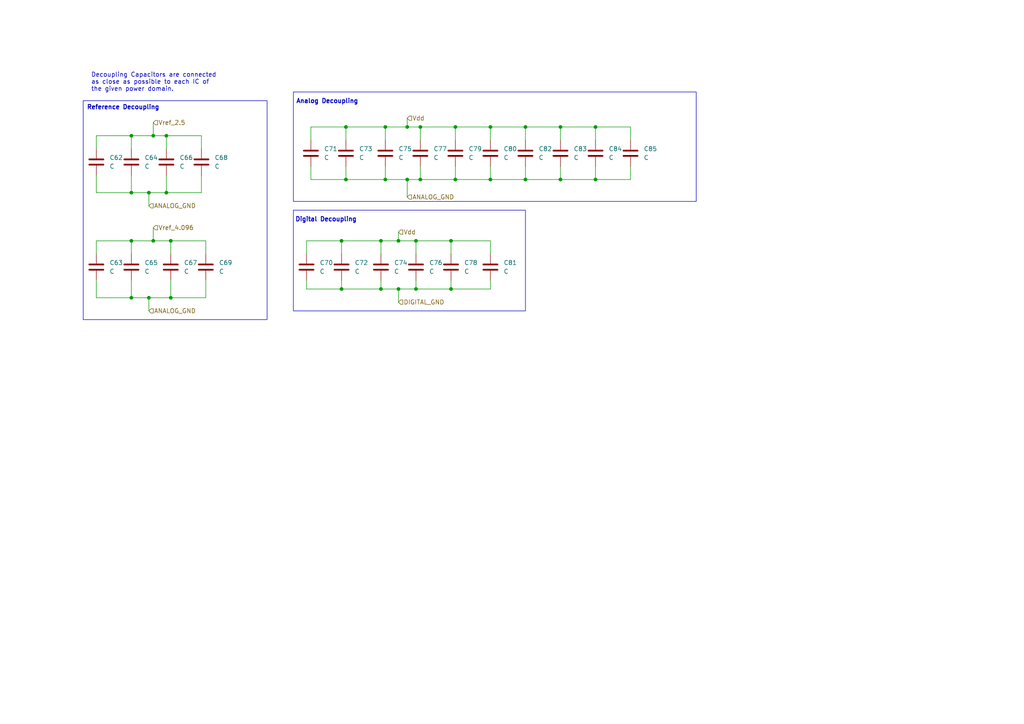
<source format=kicad_sch>
(kicad_sch (version 20231120) (generator "eeschema") (generator_version "8.0")
  (paper "A4")
  (lib_symbols
    (symbol "Device:C" (pin_numbers hide) (pin_names (offset 0.254))
      (property "Reference" "C" (at 0.635 2.54 0))
      (property "Value" "C" (at 0.635 -2.54 0))
      (symbol "C_0_1"
        (polyline (pts (xy -2.032 -0.762) (xy 2.032 -0.762)) (stroke (width 0.508)))
        (polyline (pts (xy -2.032 0.762) (xy 2.032 0.762)) (stroke (width 0.508)))
      )
      (symbol "C_1_1"
        (pin passive line (at 0 3.81 270) (length 2.794) (name "~") (number "1"))
        (pin passive line (at 0 -3.81 90) (length 2.794) (name "~") (number "2"))
      )
    )
  )
  (junction (at 111.76 52.07))
  (junction (at 49.53 69.85))
  (junction (at 111.76 36.83))
  (junction (at 115.57 83.82))
  (junction (at 142.24 36.83))
  (junction (at 115.57 69.85))
  (junction (at 152.4 52.07))
  (junction (at 49.53 86.36))
  (junction (at 43.18 55.88))
  (junction (at 118.11 36.83))
  (junction (at 100.33 36.83))
  (junction (at 120.65 69.85))
  (junction (at 121.92 52.07))
  (junction (at 110.49 83.82))
  (junction (at 162.56 36.83))
  (junction (at 99.06 83.82))
  (junction (at 99.06 69.85))
  (junction (at 38.1 55.88))
  (junction (at 48.26 55.88))
  (junction (at 118.11 52.07))
  (junction (at 121.92 36.83))
  (junction (at 130.81 69.85))
  (junction (at 44.45 39.37))
  (junction (at 162.56 52.07))
  (junction (at 48.26 39.37))
  (junction (at 120.65 83.82))
  (junction (at 38.1 69.85))
  (junction (at 38.1 39.37))
  (junction (at 43.18 86.36))
  (junction (at 172.72 52.07))
  (junction (at 38.1 86.36))
  (junction (at 130.81 83.82))
  (junction (at 132.08 52.07))
  (junction (at 110.49 69.85))
  (junction (at 152.4 36.83))
  (junction (at 44.45 69.85))
  (junction (at 132.08 36.83))
  (junction (at 172.72 36.83))
  (junction (at 100.33 52.07))
  (junction (at 142.24 52.07))
  (wire (pts (xy 49.53 86.36) (xy 59.69 86.36)))
  (wire (pts (xy 27.94 39.37) (xy 38.1 39.37)))
  (wire (pts (xy 48.26 39.37) (xy 44.45 39.37)))
  (wire (pts (xy 27.94 43.18) (xy 27.94 39.37)))
  (wire (pts (xy 130.81 83.82) (xy 120.65 83.82)))
  (wire (pts (xy 172.72 48.26) (xy 172.72 52.07)))
  (wire (pts (xy 44.45 66.04) (xy 44.45 69.85)))
  (wire (pts (xy 110.49 83.82) (xy 99.06 83.82)))
  (wire (pts (xy 43.18 86.36) (xy 43.18 90.17)))
  (wire (pts (xy 48.26 55.88) (xy 58.42 55.88)))
  (wire (pts (xy 90.17 48.26) (xy 90.17 52.07)))
  (wire (pts (xy 132.08 52.07) (xy 142.24 52.07)))
  (wire (pts (xy 142.24 52.07) (xy 152.4 52.07)))
  (wire (pts (xy 142.24 81.28) (xy 142.24 83.82)))
  (wire (pts (xy 38.1 69.85) (xy 38.1 73.66)))
  (wire (pts (xy 115.57 67.31) (xy 115.57 69.85)))
  (wire (pts (xy 120.65 81.28) (xy 120.65 83.82)))
  (wire (pts (xy 162.56 52.07) (xy 172.72 52.07)))
  (wire (pts (xy 111.76 52.07) (xy 118.11 52.07)))
  (wire (pts (xy 172.72 36.83) (xy 182.88 36.83)))
  (wire (pts (xy 88.9 69.85) (xy 99.06 69.85)))
  (wire (pts (xy 38.1 55.88) (xy 43.18 55.88)))
  (wire (pts (xy 132.08 36.83) (xy 142.24 36.83)))
  (wire (pts (xy 152.4 36.83) (xy 162.56 36.83)))
  (wire (pts (xy 130.81 69.85) (xy 142.24 69.85)))
  (wire (pts (xy 49.53 69.85) (xy 44.45 69.85)))
  (wire (pts (xy 142.24 83.82) (xy 130.81 83.82)))
  (wire (pts (xy 99.06 81.28) (xy 99.06 83.82)))
  (wire (pts (xy 130.81 81.28) (xy 130.81 83.82)))
  (wire (pts (xy 182.88 40.64) (xy 182.88 36.83)))
  (wire (pts (xy 99.06 69.85) (xy 110.49 69.85)))
  (wire (pts (xy 99.06 69.85) (xy 99.06 73.66)))
  (wire (pts (xy 121.92 48.26) (xy 121.92 52.07)))
  (wire (pts (xy 152.4 36.83) (xy 152.4 40.64)))
  (wire (pts (xy 27.94 86.36) (xy 38.1 86.36)))
  (wire (pts (xy 172.72 36.83) (xy 172.72 40.64)))
  (wire (pts (xy 120.65 69.85) (xy 120.65 73.66)))
  (wire (pts (xy 58.42 55.88) (xy 58.42 50.8)))
  (wire (pts (xy 115.57 87.63) (xy 115.57 83.82)))
  (wire (pts (xy 100.33 48.26) (xy 100.33 52.07)))
  (wire (pts (xy 110.49 81.28) (xy 110.49 83.82)))
  (wire (pts (xy 111.76 48.26) (xy 111.76 52.07)))
  (wire (pts (xy 49.53 73.66) (xy 49.53 69.85)))
  (wire (pts (xy 59.69 86.36) (xy 59.69 81.28)))
  (wire (pts (xy 142.24 40.64) (xy 142.24 36.83)))
  (wire (pts (xy 132.08 48.26) (xy 132.08 52.07)))
  (wire (pts (xy 100.33 36.83) (xy 100.33 40.64)))
  (wire (pts (xy 38.1 39.37) (xy 44.45 39.37)))
  (wire (pts (xy 115.57 83.82) (xy 110.49 83.82)))
  (wire (pts (xy 162.56 48.26) (xy 162.56 52.07)))
  (wire (pts (xy 27.94 50.8) (xy 27.94 55.88)))
  (wire (pts (xy 38.1 81.28) (xy 38.1 86.36)))
  (wire (pts (xy 118.11 36.83) (xy 121.92 36.83)))
  (wire (pts (xy 121.92 40.64) (xy 121.92 36.83)))
  (wire (pts (xy 132.08 36.83) (xy 132.08 40.64)))
  (wire (pts (xy 88.9 69.85) (xy 88.9 73.66)))
  (wire (pts (xy 182.88 48.26) (xy 182.88 52.07)))
  (wire (pts (xy 152.4 36.83) (xy 142.24 36.83)))
  (wire (pts (xy 38.1 39.37) (xy 38.1 43.18)))
  (wire (pts (xy 120.65 83.82) (xy 115.57 83.82)))
  (wire (pts (xy 142.24 73.66) (xy 142.24 69.85)))
  (wire (pts (xy 120.65 69.85) (xy 130.81 69.85)))
  (wire (pts (xy 110.49 69.85) (xy 110.49 73.66)))
  (wire (pts (xy 130.81 69.85) (xy 130.81 73.66)))
  (wire (pts (xy 121.92 52.07) (xy 132.08 52.07)))
  (wire (pts (xy 90.17 52.07) (xy 100.33 52.07)))
  (wire (pts (xy 43.18 55.88) (xy 43.18 59.69)))
  (wire (pts (xy 27.94 69.85) (xy 27.94 73.66)))
  (wire (pts (xy 58.42 39.37) (xy 48.26 39.37)))
  (wire (pts (xy 99.06 83.82) (xy 88.9 83.82)))
  (wire (pts (xy 38.1 50.8) (xy 38.1 55.88)))
  (wire (pts (xy 59.69 69.85) (xy 49.53 69.85)))
  (wire (pts (xy 43.18 55.88) (xy 48.26 55.88)))
  (wire (pts (xy 115.57 69.85) (xy 120.65 69.85)))
  (wire (pts (xy 90.17 36.83) (xy 100.33 36.83)))
  (wire (pts (xy 38.1 69.85) (xy 27.94 69.85)))
  (wire (pts (xy 118.11 34.29) (xy 118.11 36.83)))
  (wire (pts (xy 49.53 81.28) (xy 49.53 86.36)))
  (wire (pts (xy 121.92 52.07) (xy 118.11 52.07)))
  (wire (pts (xy 44.45 39.37) (xy 44.45 35.56)))
  (wire (pts (xy 43.18 86.36) (xy 49.53 86.36)))
  (wire (pts (xy 88.9 83.82) (xy 88.9 81.28)))
  (wire (pts (xy 100.33 36.83) (xy 111.76 36.83)))
  (wire (pts (xy 48.26 39.37) (xy 48.26 43.18)))
  (wire (pts (xy 172.72 36.83) (xy 162.56 36.83)))
  (wire (pts (xy 44.45 69.85) (xy 38.1 69.85)))
  (wire (pts (xy 48.26 50.8) (xy 48.26 55.88)))
  (wire (pts (xy 111.76 36.83) (xy 118.11 36.83)))
  (wire (pts (xy 38.1 86.36) (xy 43.18 86.36)))
  (wire (pts (xy 59.69 73.66) (xy 59.69 69.85)))
  (wire (pts (xy 172.72 52.07) (xy 182.88 52.07)))
  (wire (pts (xy 152.4 48.26) (xy 152.4 52.07)))
  (wire (pts (xy 27.94 81.28) (xy 27.94 86.36)))
  (wire (pts (xy 118.11 52.07) (xy 118.11 57.15)))
  (wire (pts (xy 27.94 55.88) (xy 38.1 55.88)))
  (wire (pts (xy 110.49 69.85) (xy 115.57 69.85)))
  (wire (pts (xy 152.4 52.07) (xy 162.56 52.07)))
  (wire (pts (xy 100.33 52.07) (xy 111.76 52.07)))
  (wire (pts (xy 132.08 36.83) (xy 121.92 36.83)))
  (wire (pts (xy 90.17 40.64) (xy 90.17 36.83)))
  (wire (pts (xy 142.24 48.26) (xy 142.24 52.07)))
  (wire (pts (xy 58.42 43.18) (xy 58.42 39.37)))
  (wire (pts (xy 111.76 36.83) (xy 111.76 40.64)))
  (wire (pts (xy 162.56 40.64) (xy 162.56 36.83)))
  (rectangle (start 24.13 29.21) (end 77.47 92.71))
  (rectangle (start 85.09 26.67) (end 201.93 58.42))
  (rectangle (start 85.09 60.96) (end 152.4 90.17))
  (text "Decoupling Capacitors are connected\nas close as possible to each IC of\nthe given power domain." (at 26.416 23.876 0) (effects (font (size 1.27 1.27) (thickness 0.1588)) (justify left)))
  (text "Analog Decoupling\n" (at 85.852 29.464 0) (effects (font (size 1.27 1.27) (thickness 0.254) (bold yes)) (justify left)))
  (text "Digital Decoupling\n" (at 85.598 63.754 0) (effects (font (size 1.27 1.27) (thickness 0.254) (bold yes)) (justify left)))
  (text "Reference Decoupling\n" (at 25.146 31.242 0) (effects (font (size 1.27 1.27) (thickness 0.254) (bold yes)) (justify left)))
  (hierarchical_label "Vdd" (shape input) (at 118.11 34.29 0))
  (hierarchical_label "Vref_4.096" (shape input) (at 44.45 66.04 0))
  (hierarchical_label "ANALOG_GND" (shape input) (at 118.11 57.15 0))
  (hierarchical_label "ANALOG_GND" (shape input) (at 43.18 90.17 0))
  (hierarchical_label "DIGITAL_GND" (shape input) (at 115.57 87.63 0))
  (hierarchical_label "ANALOG_GND" (shape input) (at 43.18 59.69 0))
  (hierarchical_label "Vref_2.5" (shape input) (at 44.45 35.56 0))
  (hierarchical_label "Vdd" (shape input) (at 115.57 67.31 0))
  (symbol (lib_id "Device:C") (at 88.9 77.47 0) (unit 1)
    (property "Reference" "C70" (at 92.71 76.1999 0) (effects (justify left)))
    (property "Value" "C" (at 92.71 78.7399 0) (effects (justify left)))
    (property "Description" "Unpolarized capacitor" (effects (hide yes)))
  )
  (symbol (lib_id "Device:C") (at 182.88 44.45 0) (unit 1)
    (property "Reference" "C85" (at 186.69 43.1799 0) (effects (justify left)))
    (property "Value" "C" (at 186.69 45.7199 0) (effects (justify left)))
    (property "Description" "Unpolarized capacitor" (effects (hide yes)))
  )
  (symbol (lib_id "Device:C") (at 27.94 46.99 0) (unit 1)
    (property "Reference" "C62" (at 31.75 45.7199 0) (effects (justify left)))
    (property "Value" "C" (at 31.75 48.2599 0) (effects (justify left)))
    (property "Description" "Unpolarized capacitor" (effects (hide yes)))
  )
  (symbol (lib_id "Device:C") (at 152.4 44.45 0) (unit 1)
    (property "Reference" "C82" (at 156.21 43.1799 0) (effects (justify left)))
    (property "Value" "C" (at 156.21 45.7199 0) (effects (justify left)))
    (property "Description" "Unpolarized capacitor" (effects (hide yes)))
  )
  (symbol (lib_id "Device:C") (at 132.08 44.45 0) (unit 1)
    (property "Reference" "C79" (at 135.89 43.1799 0) (effects (justify left)))
    (property "Value" "C" (at 135.89 45.7199 0) (effects (justify left)))
    (property "Description" "Unpolarized capacitor" (effects (hide yes)))
  )
  (symbol (lib_id "Device:C") (at 100.33 44.45 0) (unit 1)
    (property "Reference" "C73" (at 104.14 43.1799 0) (effects (justify left)))
    (property "Value" "C" (at 104.14 45.7199 0) (effects (justify left)))
    (property "Description" "Unpolarized capacitor" (effects (hide yes)))
  )
  (symbol (lib_id "Device:C") (at 90.17 44.45 0) (unit 1)
    (property "Reference" "C71" (at 93.98 43.1799 0) (effects (justify left)))
    (property "Value" "C" (at 93.98 45.7199 0) (effects (justify left)))
    (property "Description" "Unpolarized capacitor" (effects (hide yes)))
  )
  (symbol (lib_id "Device:C") (at 58.42 46.99 0) (unit 1)
    (property "Reference" "C68" (at 62.23 45.7199 0) (effects (justify left)))
    (property "Value" "C" (at 62.23 48.2599 0) (effects (justify left)))
    (property "Description" "Unpolarized capacitor" (effects (hide yes)))
  )
  (symbol (lib_id "Device:C") (at 110.49 77.47 0) (unit 1)
    (property "Reference" "C74" (at 114.3 76.1999 0) (effects (justify left)))
    (property "Value" "C" (at 114.3 78.7399 0) (effects (justify left)))
    (property "Description" "Unpolarized capacitor" (effects (hide yes)))
  )
  (symbol (lib_id "Device:C") (at 142.24 44.45 0) (unit 1)
    (property "Reference" "C80" (at 146.05 43.1799 0) (effects (justify left)))
    (property "Value" "C" (at 146.05 45.7199 0) (effects (justify left)))
    (property "Description" "Unpolarized capacitor" (effects (hide yes)))
  )
  (symbol (lib_id "Device:C") (at 27.94 77.47 0) (unit 1)
    (property "Reference" "C63" (at 31.75 76.1999 0) (effects (justify left)))
    (property "Value" "C" (at 31.75 78.7399 0) (effects (justify left)))
    (property "Description" "Unpolarized capacitor" (effects (hide yes)))
  )
  (symbol (lib_id "Device:C") (at 38.1 46.99 0) (unit 1)
    (property "Reference" "C64" (at 41.91 45.7199 0) (effects (justify left)))
    (property "Value" "C" (at 41.91 48.2599 0) (effects (justify left)))
    (property "Description" "Unpolarized capacitor" (effects (hide yes)))
  )
  (symbol (lib_id "Device:C") (at 162.56 44.45 0) (unit 1)
    (property "Reference" "C83" (at 166.37 43.1799 0) (effects (justify left)))
    (property "Value" "C" (at 166.37 45.7199 0) (effects (justify left)))
    (property "Description" "Unpolarized capacitor" (effects (hide yes)))
  )
  (symbol (lib_id "Device:C") (at 142.24 77.47 0) (unit 1)
    (property "Reference" "C81" (at 146.05 76.1999 0) (effects (justify left)))
    (property "Value" "C" (at 146.05 78.7399 0) (effects (justify left)))
    (property "Description" "Unpolarized capacitor" (effects (hide yes)))
  )
  (symbol (lib_id "Device:C") (at 48.26 46.99 0) (unit 1)
    (property "Reference" "C66" (at 52.07 45.7199 0) (effects (justify left)))
    (property "Value" "C" (at 52.07 48.2599 0) (effects (justify left)))
    (property "Description" "Unpolarized capacitor" (effects (hide yes)))
  )
  (symbol (lib_id "Device:C") (at 121.92 44.45 0) (unit 1)
    (property "Reference" "C77" (at 125.73 43.1799 0) (effects (justify left)))
    (property "Value" "C" (at 125.73 45.7199 0) (effects (justify left)))
    (property "Description" "Unpolarized capacitor" (effects (hide yes)))
  )
  (symbol (lib_id "Device:C") (at 59.69 77.47 0) (unit 1)
    (property "Reference" "C69" (at 63.5 76.1999 0) (effects (justify left)))
    (property "Value" "C" (at 63.5 78.7399 0) (effects (justify left)))
    (property "Description" "Unpolarized capacitor" (effects (hide yes)))
  )
  (symbol (lib_id "Device:C") (at 172.72 44.45 0) (unit 1)
    (property "Reference" "C84" (at 176.53 43.1799 0) (effects (justify left)))
    (property "Value" "C" (at 176.53 45.7199 0) (effects (justify left)))
    (property "Description" "Unpolarized capacitor" (effects (hide yes)))
  )
  (symbol (lib_id "Device:C") (at 120.65 77.47 0) (unit 1)
    (property "Reference" "C76" (at 124.46 76.1999 0) (effects (justify left)))
    (property "Value" "C" (at 124.46 78.7399 0) (effects (justify left)))
    (property "Description" "Unpolarized capacitor" (effects (hide yes)))
  )
  (symbol (lib_id "Device:C") (at 111.76 44.45 0) (unit 1)
    (property "Reference" "C75" (at 115.57 43.1799 0) (effects (justify left)))
    (property "Value" "C" (at 115.57 45.7199 0) (effects (justify left)))
    (property "Description" "Unpolarized capacitor" (effects (hide yes)))
  )
  (symbol (lib_id "Device:C") (at 49.53 77.47 0) (unit 1)
    (property "Reference" "C67" (at 53.34 76.1999 0) (effects (justify left)))
    (property "Value" "C" (at 53.34 78.7399 0) (effects (justify left)))
    (property "Description" "Unpolarized capacitor" (effects (hide yes)))
  )
  (symbol (lib_id "Device:C") (at 38.1 77.47 0) (unit 1)
    (property "Reference" "C65" (at 41.91 76.1999 0) (effects (justify left)))
    (property "Value" "C" (at 41.91 78.7399 0) (effects (justify left)))
    (property "Description" "Unpolarized capacitor" (effects (hide yes)))
  )
  (symbol (lib_id "Device:C") (at 130.81 77.47 0) (unit 1)
    (property "Reference" "C78" (at 134.62 76.1999 0) (effects (justify left)))
    (property "Value" "C" (at 134.62 78.7399 0) (effects (justify left)))
    (property "Description" "Unpolarized capacitor" (effects (hide yes)))
  )
  (symbol (lib_id "Device:C") (at 99.06 77.47 0) (unit 1)
    (property "Reference" "C72" (at 102.87 76.1999 0) (effects (justify left)))
    (property "Value" "C" (at 102.87 78.7399 0) (effects (justify left)))
    (property "Description" "Unpolarized capacitor" (effects (hide yes)))
  )
)
</source>
